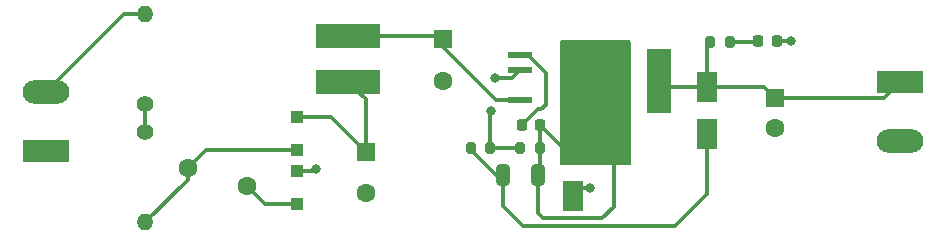
<source format=gbr>
G04 #@! TF.GenerationSoftware,KiCad,Pcbnew,6.0.0-rc1-unknown-c40e921cb3~144~ubuntu20.04.1*
G04 #@! TF.CreationDate,2021-11-22T05:53:21+02:00*
G04 #@! TF.ProjectId,PSU-NONISOLATED,5053552d-4e4f-44e4-9953-4f4c41544544,rev?*
G04 #@! TF.SameCoordinates,Original*
G04 #@! TF.FileFunction,Copper,L1,Top*
G04 #@! TF.FilePolarity,Positive*
%FSLAX46Y46*%
G04 Gerber Fmt 4.6, Leading zero omitted, Abs format (unit mm)*
G04 Created by KiCad (PCBNEW 6.0.0-rc1-unknown-c40e921cb3~144~ubuntu20.04.1) date 2021-11-22 05:53:21*
%MOMM*%
%LPD*%
G01*
G04 APERTURE LIST*
G04 Aperture macros list*
%AMRoundRect*
0 Rectangle with rounded corners*
0 $1 Rounding radius*
0 $2 $3 $4 $5 $6 $7 $8 $9 X,Y pos of 4 corners*
0 Add a 4 corners polygon primitive as box body*
4,1,4,$2,$3,$4,$5,$6,$7,$8,$9,$2,$3,0*
0 Add four circle primitives for the rounded corners*
1,1,$1+$1,$2,$3*
1,1,$1+$1,$4,$5*
1,1,$1+$1,$6,$7*
1,1,$1+$1,$8,$9*
0 Add four rect primitives between the rounded corners*
20,1,$1+$1,$2,$3,$4,$5,0*
20,1,$1+$1,$4,$5,$6,$7,0*
20,1,$1+$1,$6,$7,$8,$9,0*
20,1,$1+$1,$8,$9,$2,$3,0*%
G04 Aperture macros list end*
G04 #@! TA.AperFunction,SMDPad,CuDef*
%ADD10R,1.800000X2.500000*%
G04 #@! TD*
G04 #@! TA.AperFunction,SMDPad,CuDef*
%ADD11R,2.150000X5.500000*%
G04 #@! TD*
G04 #@! TA.AperFunction,ComponentPad*
%ADD12C,1.400000*%
G04 #@! TD*
G04 #@! TA.AperFunction,ComponentPad*
%ADD13O,1.400000X1.400000*%
G04 #@! TD*
G04 #@! TA.AperFunction,ComponentPad*
%ADD14R,1.600000X1.600000*%
G04 #@! TD*
G04 #@! TA.AperFunction,ComponentPad*
%ADD15C,1.600000*%
G04 #@! TD*
G04 #@! TA.AperFunction,ComponentPad*
%ADD16R,3.960000X1.980000*%
G04 #@! TD*
G04 #@! TA.AperFunction,ComponentPad*
%ADD17O,3.960000X1.980000*%
G04 #@! TD*
G04 #@! TA.AperFunction,SMDPad,CuDef*
%ADD18RoundRect,0.250000X0.325000X0.650000X-0.325000X0.650000X-0.325000X-0.650000X0.325000X-0.650000X0*%
G04 #@! TD*
G04 #@! TA.AperFunction,SMDPad,CuDef*
%ADD19R,1.100000X1.100000*%
G04 #@! TD*
G04 #@! TA.AperFunction,SMDPad,CuDef*
%ADD20RoundRect,0.218750X0.218750X0.256250X-0.218750X0.256250X-0.218750X-0.256250X0.218750X-0.256250X0*%
G04 #@! TD*
G04 #@! TA.AperFunction,SMDPad,CuDef*
%ADD21RoundRect,0.200000X0.200000X0.275000X-0.200000X0.275000X-0.200000X-0.275000X0.200000X-0.275000X0*%
G04 #@! TD*
G04 #@! TA.AperFunction,SMDPad,CuDef*
%ADD22RoundRect,0.225000X-0.225000X-0.250000X0.225000X-0.250000X0.225000X0.250000X-0.225000X0.250000X0*%
G04 #@! TD*
G04 #@! TA.AperFunction,SMDPad,CuDef*
%ADD23R,5.500000X2.150000*%
G04 #@! TD*
G04 #@! TA.AperFunction,SMDPad,CuDef*
%ADD24RoundRect,0.200000X-0.200000X-0.275000X0.200000X-0.275000X0.200000X0.275000X-0.200000X0.275000X0*%
G04 #@! TD*
G04 #@! TA.AperFunction,SMDPad,CuDef*
%ADD25R,2.000000X0.600000*%
G04 #@! TD*
G04 #@! TA.AperFunction,ViaPad*
%ADD26C,0.800000*%
G04 #@! TD*
G04 #@! TA.AperFunction,Conductor*
%ADD27C,0.300000*%
G04 #@! TD*
G04 APERTURE END LIST*
D10*
X112500000Y-57600000D03*
X112500000Y-61600000D03*
D11*
X115975000Y-51900000D03*
X119825000Y-51900000D03*
D10*
X123900000Y-56382379D03*
X123900000Y-52382379D03*
D12*
X76300000Y-53810000D03*
D13*
X76300000Y-46190000D03*
D14*
X95000000Y-57847349D03*
D15*
X95000000Y-61347349D03*
D16*
X140200000Y-51935000D03*
D17*
X140200000Y-56935000D03*
D18*
X109575000Y-59800000D03*
X106625000Y-59800000D03*
D19*
X89200000Y-54900000D03*
X89200000Y-57700000D03*
X89200000Y-62300000D03*
X89200000Y-59500000D03*
D15*
X79900000Y-59250000D03*
X84900000Y-60750000D03*
D20*
X129787500Y-48500000D03*
X128212500Y-48500000D03*
D21*
X105525000Y-57500000D03*
X103875000Y-57500000D03*
X125815000Y-48540000D03*
X124165000Y-48540000D03*
D22*
X108225000Y-55600000D03*
X109775000Y-55600000D03*
D12*
X76300000Y-56190000D03*
D13*
X76300000Y-63810000D03*
D16*
X67900000Y-57765000D03*
D17*
X67900000Y-52765000D03*
D14*
X101500000Y-48347349D03*
D15*
X101500000Y-51847349D03*
D23*
X93500000Y-51925000D03*
X93500000Y-48075000D03*
D24*
X108075000Y-57500000D03*
X109725000Y-57500000D03*
D25*
X108004698Y-49695000D03*
X108004698Y-50965000D03*
X108004698Y-53505000D03*
X112904698Y-53505000D03*
X112904698Y-52235000D03*
X112904698Y-50965000D03*
X112904698Y-49695000D03*
D14*
X129600000Y-53317621D03*
D15*
X129600000Y-55817621D03*
D26*
X105900000Y-51600000D03*
X105600000Y-54400000D03*
X131000000Y-48500000D03*
X90800000Y-59300000D03*
X114000000Y-60900000D03*
D27*
X89200000Y-62300000D02*
X86450000Y-62300000D01*
X76300000Y-63810000D02*
X79900000Y-60210000D01*
X79900000Y-60210000D02*
X79900000Y-59250000D01*
X86450000Y-62300000D02*
X84900000Y-60750000D01*
X89200000Y-57700000D02*
X81450000Y-57700000D01*
X81450000Y-57700000D02*
X79900000Y-59250000D01*
X109575000Y-54250000D02*
X109850000Y-54250000D01*
X110200000Y-51190302D02*
X108704698Y-49695000D01*
X110200000Y-53900000D02*
X110200000Y-51190302D01*
X109850000Y-54250000D02*
X110200000Y-53900000D01*
X108225000Y-55600000D02*
X109575000Y-54250000D01*
X108704698Y-49695000D02*
X108004698Y-49695000D01*
X106000000Y-59800000D02*
X103875000Y-57675000D01*
X121200000Y-64100000D02*
X123900000Y-61400000D01*
X108300000Y-64100000D02*
X121200000Y-64100000D01*
X123900000Y-61400000D02*
X123900000Y-56382379D01*
X106625000Y-59800000D02*
X106000000Y-59800000D01*
X106625000Y-62425000D02*
X108300000Y-64100000D01*
X106625000Y-59800000D02*
X106625000Y-62425000D01*
X103875000Y-57675000D02*
X103875000Y-57500000D01*
X76300000Y-53810000D02*
X76300000Y-56190000D01*
X74475000Y-46190000D02*
X76300000Y-46190000D01*
X67900000Y-52765000D02*
X74475000Y-46190000D01*
X105525000Y-54475000D02*
X105600000Y-54400000D01*
X107369698Y-51600000D02*
X108004698Y-50965000D01*
X105900000Y-51600000D02*
X107369698Y-51600000D01*
X105525000Y-57500000D02*
X105525000Y-54475000D01*
X108075000Y-57500000D02*
X105525000Y-57500000D01*
X92052651Y-54900000D02*
X95000000Y-57847349D01*
X89200000Y-54900000D02*
X92052651Y-54900000D01*
X95000000Y-53425000D02*
X93500000Y-51925000D01*
X95000000Y-57847349D02*
X95000000Y-53425000D01*
X106005000Y-53505000D02*
X108004698Y-53505000D01*
X101500000Y-49000000D02*
X106005000Y-53505000D01*
X93500000Y-48075000D02*
X101227651Y-48075000D01*
X101500000Y-48347349D02*
X101500000Y-49000000D01*
X101227651Y-48075000D02*
X101500000Y-48347349D01*
X112500000Y-61600000D02*
X113200000Y-60900000D01*
X129787500Y-48500000D02*
X131000000Y-48500000D01*
X90600000Y-59500000D02*
X90800000Y-59300000D01*
X89200000Y-59500000D02*
X90600000Y-59500000D01*
X113200000Y-60900000D02*
X114000000Y-60900000D01*
X120307379Y-52382379D02*
X123900000Y-52382379D01*
X123900000Y-52382379D02*
X123900000Y-48805000D01*
X128664758Y-52382379D02*
X129600000Y-53317621D01*
X119825000Y-51900000D02*
X120307379Y-52382379D01*
X138817379Y-53317621D02*
X140200000Y-51935000D01*
X129600000Y-53317621D02*
X138817379Y-53317621D01*
X123900000Y-48805000D02*
X124165000Y-48540000D01*
X123900000Y-52382379D02*
X128664758Y-52382379D01*
X125815000Y-48540000D02*
X128172500Y-48540000D01*
X128172500Y-48540000D02*
X128212500Y-48500000D01*
X109575000Y-63075000D02*
X110000000Y-63500000D01*
X109725000Y-57500000D02*
X109725000Y-55650000D01*
X115000000Y-63500000D02*
X115975000Y-62525000D01*
X109700000Y-58700000D02*
X109725000Y-58675000D01*
X109725000Y-58675000D02*
X109725000Y-57500000D01*
X109575000Y-59800000D02*
X109575000Y-63075000D01*
X115640000Y-52235000D02*
X115975000Y-51900000D01*
X112904698Y-52235000D02*
X115640000Y-52235000D01*
X112500000Y-57600000D02*
X112500000Y-53909698D01*
X109725000Y-55650000D02*
X109775000Y-55600000D01*
X109700000Y-59675000D02*
X109700000Y-58700000D01*
X112500000Y-57600000D02*
X111775000Y-57600000D01*
X111775000Y-57600000D02*
X109775000Y-55600000D01*
X110000000Y-63500000D02*
X115000000Y-63500000D01*
X112500000Y-53909698D02*
X112904698Y-53505000D01*
X115975000Y-62525000D02*
X115975000Y-51900000D01*
X109575000Y-59800000D02*
X109700000Y-59675000D01*
G04 #@! TA.AperFunction,Conductor*
G36*
X117342121Y-48420002D02*
G01*
X117388614Y-48473658D01*
X117400000Y-48526000D01*
X117400000Y-58874000D01*
X117379998Y-58942121D01*
X117326342Y-58988614D01*
X117274000Y-59000000D01*
X111526000Y-59000000D01*
X111457879Y-58979998D01*
X111411386Y-58926342D01*
X111400000Y-58874000D01*
X111400000Y-48526000D01*
X111420002Y-48457879D01*
X111473658Y-48411386D01*
X111526000Y-48400000D01*
X117274000Y-48400000D01*
X117342121Y-48420002D01*
G37*
G04 #@! TD.AperFunction*
M02*

</source>
